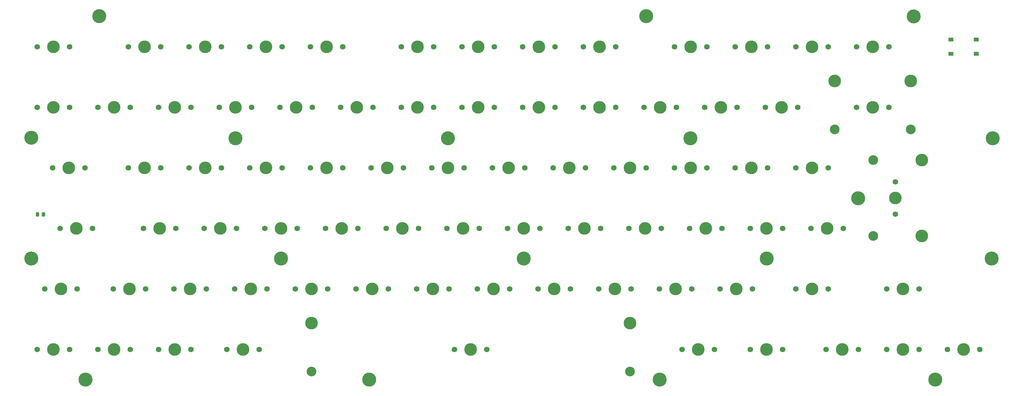
<source format=gbr>
%TF.GenerationSoftware,KiCad,Pcbnew,8.0.2-1*%
%TF.CreationDate,2024-08-02T01:43:08+02:00*%
%TF.ProjectId,keyboard,6b657962-6f61-4726-942e-6b696361645f,1.0*%
%TF.SameCoordinates,Original*%
%TF.FileFunction,Soldermask,Top*%
%TF.FilePolarity,Negative*%
%FSLAX46Y46*%
G04 Gerber Fmt 4.6, Leading zero omitted, Abs format (unit mm)*
G04 Created by KiCad (PCBNEW 8.0.2-1) date 2024-08-02 01:43:08*
%MOMM*%
%LPD*%
G01*
G04 APERTURE LIST*
G04 Aperture macros list*
%AMRoundRect*
0 Rectangle with rounded corners*
0 $1 Rounding radius*
0 $2 $3 $4 $5 $6 $7 $8 $9 X,Y pos of 4 corners*
0 Add a 4 corners polygon primitive as box body*
4,1,4,$2,$3,$4,$5,$6,$7,$8,$9,$2,$3,0*
0 Add four circle primitives for the rounded corners*
1,1,$1+$1,$2,$3*
1,1,$1+$1,$4,$5*
1,1,$1+$1,$6,$7*
1,1,$1+$1,$8,$9*
0 Add four rect primitives between the rounded corners*
20,1,$1+$1,$2,$3,$4,$5,0*
20,1,$1+$1,$4,$5,$6,$7,0*
20,1,$1+$1,$6,$7,$8,$9,0*
20,1,$1+$1,$8,$9,$2,$3,0*%
G04 Aperture macros list end*
%ADD10C,1.750000*%
%ADD11C,3.987800*%
%ADD12C,3.048000*%
%ADD13C,1.701800*%
%ADD14C,2.600000*%
%ADD15C,4.400000*%
%ADD16R,1.550000X1.300000*%
%ADD17RoundRect,0.243750X-0.243750X-0.456250X0.243750X-0.456250X0.243750X0.456250X-0.243750X0.456250X0*%
G04 APERTURE END LIST*
D10*
X234407767Y-134200000D03*
D11*
X229327767Y-134200000D03*
D10*
X224247767Y-134200000D03*
X162970267Y-153250000D03*
D11*
X157890267Y-153250000D03*
D10*
X152810267Y-153250000D03*
X91532767Y-191350000D03*
D11*
X86452767Y-191350000D03*
D10*
X81372767Y-191350000D03*
X296320267Y-153250000D03*
D11*
X291240267Y-153250000D03*
D10*
X286160267Y-153250000D03*
X258220267Y-153250000D03*
D11*
X253140267Y-153250000D03*
D10*
X248060267Y-153250000D03*
X262982767Y-115150000D03*
D11*
X257902767Y-115150000D03*
D10*
X252822767Y-115150000D03*
D12*
X324736517Y-131787000D03*
X324736517Y-155663000D03*
D13*
X331721517Y-138645000D03*
D11*
X331721517Y-143725000D03*
D13*
X331721517Y-148805000D03*
D11*
X339976517Y-131787000D03*
X339976517Y-155663000D03*
D14*
X215013767Y-162756000D03*
D15*
X215013767Y-162756000D03*
D14*
X291313767Y-162756000D03*
D15*
X291313767Y-162756000D03*
D14*
X81773767Y-86496000D03*
D15*
X81773767Y-86496000D03*
D10*
X120107767Y-96100000D03*
D11*
X115027767Y-96100000D03*
D10*
X109947767Y-96100000D03*
X291557767Y-134200000D03*
D11*
X286477767Y-134200000D03*
D10*
X281397767Y-134200000D03*
X77245267Y-134200000D03*
D11*
X72165267Y-134200000D03*
D10*
X67085267Y-134200000D03*
X132014017Y-191350000D03*
D11*
X126934017Y-191350000D03*
D10*
X121854017Y-191350000D03*
X158207767Y-96100000D03*
D11*
X153127767Y-96100000D03*
D10*
X148047767Y-96100000D03*
X124870267Y-153250000D03*
D11*
X119790267Y-153250000D03*
D10*
X114710267Y-153250000D03*
X291557767Y-96100000D03*
D11*
X286477767Y-96100000D03*
D10*
X281397767Y-96100000D03*
X358232767Y-191350000D03*
D11*
X353152767Y-191350000D03*
D10*
X348072767Y-191350000D03*
X186782767Y-115150000D03*
D11*
X181702767Y-115150000D03*
D10*
X176622767Y-115150000D03*
X277270267Y-153250000D03*
D11*
X272190267Y-153250000D03*
D10*
X267110267Y-153250000D03*
D14*
X191263767Y-124906000D03*
D15*
X191263767Y-124906000D03*
D16*
X349170000Y-93850000D03*
X357130000Y-93850000D03*
X349170000Y-98350000D03*
X357130000Y-98350000D03*
D10*
X229645267Y-172300000D03*
D11*
X224565267Y-172300000D03*
D10*
X219485267Y-172300000D03*
X296320267Y-191350000D03*
D11*
X291240267Y-191350000D03*
D10*
X286160267Y-191350000D03*
D14*
X253443767Y-86496000D03*
D15*
X253443767Y-86496000D03*
D10*
X172495267Y-172300000D03*
D11*
X167415267Y-172300000D03*
D10*
X162335267Y-172300000D03*
X253457767Y-134200000D03*
D11*
X248377767Y-134200000D03*
D10*
X243297767Y-134200000D03*
D14*
X60463767Y-124736000D03*
D15*
X60463767Y-124736000D03*
D10*
X139157767Y-134200000D03*
D11*
X134077767Y-134200000D03*
D10*
X128997767Y-134200000D03*
X167732767Y-115150000D03*
D11*
X162652767Y-115150000D03*
D10*
X157572767Y-115150000D03*
X282032767Y-115150000D03*
D11*
X276952767Y-115150000D03*
D10*
X271872767Y-115150000D03*
X158207767Y-134200000D03*
D11*
X153127767Y-134200000D03*
D10*
X148047767Y-134200000D03*
X205832767Y-96100000D03*
D11*
X200752767Y-96100000D03*
D10*
X195672767Y-96100000D03*
X120107767Y-134200000D03*
D11*
X115027767Y-134200000D03*
D10*
X109947767Y-134200000D03*
X79626517Y-153250000D03*
D11*
X74546517Y-153250000D03*
D10*
X69466517Y-153250000D03*
D12*
X336515767Y-122135000D03*
D11*
X336515767Y-106895000D03*
D10*
X329657767Y-115150000D03*
D11*
X324577767Y-115150000D03*
D10*
X319497767Y-115150000D03*
D12*
X312639767Y-122135000D03*
D11*
X312639767Y-106895000D03*
D12*
X248371417Y-198335000D03*
D11*
X248371417Y-183095000D03*
D10*
X203451517Y-191350000D03*
D11*
X198371517Y-191350000D03*
D10*
X193291517Y-191350000D03*
D12*
X148371617Y-198335000D03*
D11*
X148371617Y-183095000D03*
D10*
X310607767Y-172300000D03*
D11*
X305527767Y-172300000D03*
D10*
X300447767Y-172300000D03*
X315370267Y-153250000D03*
D11*
X310290267Y-153250000D03*
D10*
X305210267Y-153250000D03*
X101057767Y-96100000D03*
D11*
X95977767Y-96100000D03*
D10*
X90897767Y-96100000D03*
X320132767Y-191350000D03*
D11*
X315052767Y-191350000D03*
D10*
X309972767Y-191350000D03*
D14*
X320003767Y-143786000D03*
D15*
X320003767Y-143786000D03*
D10*
X74864017Y-172300000D03*
D11*
X69784017Y-172300000D03*
D10*
X64704017Y-172300000D03*
X215357767Y-134200000D03*
D11*
X210277767Y-134200000D03*
D10*
X205197767Y-134200000D03*
X301082767Y-115150000D03*
D11*
X296002767Y-115150000D03*
D10*
X290922767Y-115150000D03*
D14*
X362253767Y-124906000D03*
D15*
X362253767Y-124906000D03*
D10*
X72482767Y-115150000D03*
D11*
X67402767Y-115150000D03*
D10*
X62322767Y-115150000D03*
X115345267Y-172300000D03*
D11*
X110265267Y-172300000D03*
D10*
X105185267Y-172300000D03*
D14*
X267373767Y-124906000D03*
D15*
X267373767Y-124906000D03*
D10*
X310607767Y-134200000D03*
D11*
X305527767Y-134200000D03*
D10*
X300447767Y-134200000D03*
X196307767Y-134200000D03*
D11*
X191227767Y-134200000D03*
D10*
X186147767Y-134200000D03*
D14*
X166543767Y-200836000D03*
D15*
X166543767Y-200836000D03*
D14*
X337500000Y-86516000D03*
D15*
X337500000Y-86516000D03*
D10*
X105820267Y-153250000D03*
D11*
X100740267Y-153250000D03*
D10*
X95660267Y-153250000D03*
X274889017Y-191350000D03*
D11*
X269809017Y-191350000D03*
D10*
X264729017Y-191350000D03*
X91532767Y-115150000D03*
D11*
X86452767Y-115150000D03*
D10*
X81372767Y-115150000D03*
X248695267Y-172300000D03*
D11*
X243615267Y-172300000D03*
D10*
X238535267Y-172300000D03*
D14*
X77433767Y-200836000D03*
D15*
X77433767Y-200836000D03*
D14*
X257713767Y-200836000D03*
D15*
X257713767Y-200836000D03*
D10*
X272507767Y-96100000D03*
D11*
X267427767Y-96100000D03*
D10*
X262347767Y-96100000D03*
X220120267Y-153250000D03*
D11*
X215040267Y-153250000D03*
D10*
X209960267Y-153250000D03*
D14*
X344213767Y-200836000D03*
D15*
X344213767Y-200836000D03*
D10*
X110582767Y-115150000D03*
D11*
X105502767Y-115150000D03*
D10*
X100422767Y-115150000D03*
X148682767Y-115150000D03*
D11*
X143602767Y-115150000D03*
D10*
X138522767Y-115150000D03*
X329657767Y-96100000D03*
D11*
X324577767Y-96100000D03*
D10*
X319497767Y-96100000D03*
X110582767Y-191350000D03*
D11*
X105502767Y-191350000D03*
D10*
X100422767Y-191350000D03*
X224882767Y-115150000D03*
D11*
X219802767Y-115150000D03*
D10*
X214722767Y-115150000D03*
D17*
X62387000Y-148844000D03*
X64262000Y-148844000D03*
D10*
X339182767Y-172300000D03*
D11*
X334102767Y-172300000D03*
D10*
X329022767Y-172300000D03*
D14*
X60463767Y-162756000D03*
D15*
X60463767Y-162756000D03*
D10*
X210595267Y-172300000D03*
D11*
X205515267Y-172300000D03*
D10*
X200435267Y-172300000D03*
X267745267Y-172300000D03*
D11*
X262665267Y-172300000D03*
D10*
X257585267Y-172300000D03*
X243932767Y-96100000D03*
D11*
X238852767Y-96100000D03*
D10*
X233772767Y-96100000D03*
X243932767Y-115150000D03*
D11*
X238852767Y-115150000D03*
D10*
X233772767Y-115150000D03*
X72482767Y-191350000D03*
D11*
X67402767Y-191350000D03*
D10*
X62322767Y-191350000D03*
X177257767Y-134200000D03*
D11*
X172177767Y-134200000D03*
D10*
X167097767Y-134200000D03*
X239170267Y-153250000D03*
D11*
X234090267Y-153250000D03*
D10*
X229010267Y-153250000D03*
D14*
X138863767Y-162756000D03*
D15*
X138863767Y-162756000D03*
D10*
X72482767Y-96100000D03*
D11*
X67402767Y-96100000D03*
D10*
X62322767Y-96100000D03*
X153445267Y-172300000D03*
D11*
X148365267Y-172300000D03*
D10*
X143285267Y-172300000D03*
X272507767Y-134200000D03*
D11*
X267427767Y-134200000D03*
D10*
X262347767Y-134200000D03*
X205832767Y-115150000D03*
D11*
X200752767Y-115150000D03*
D10*
X195672767Y-115150000D03*
X129632767Y-115150000D03*
D11*
X124552767Y-115150000D03*
D10*
X119472767Y-115150000D03*
D14*
X361963767Y-162756000D03*
D15*
X361963767Y-162756000D03*
D10*
X96295267Y-172300000D03*
D11*
X91215267Y-172300000D03*
D10*
X86135267Y-172300000D03*
X101057767Y-134200000D03*
D11*
X95977767Y-134200000D03*
D10*
X90897767Y-134200000D03*
X139157767Y-96100000D03*
D11*
X134077767Y-96100000D03*
D10*
X128997767Y-96100000D03*
X182020267Y-153250000D03*
D11*
X176940267Y-153250000D03*
D10*
X171860267Y-153250000D03*
X310607767Y-96100000D03*
D11*
X305527767Y-96100000D03*
D10*
X300447767Y-96100000D03*
X134395267Y-172300000D03*
D11*
X129315267Y-172300000D03*
D10*
X124235267Y-172300000D03*
X224870000Y-96100000D03*
D11*
X219790000Y-96100000D03*
D10*
X214710000Y-96100000D03*
D14*
X124543767Y-124906000D03*
D15*
X124543767Y-124906000D03*
D10*
X201070267Y-153250000D03*
D11*
X195990267Y-153250000D03*
D10*
X190910267Y-153250000D03*
X143920267Y-153250000D03*
D11*
X138840267Y-153250000D03*
D10*
X133760267Y-153250000D03*
X186782767Y-96100000D03*
D11*
X181702767Y-96100000D03*
D10*
X176622767Y-96100000D03*
X191545267Y-172300000D03*
D11*
X186465267Y-172300000D03*
D10*
X181385267Y-172300000D03*
X339182767Y-191350000D03*
D11*
X334102767Y-191350000D03*
D10*
X329022767Y-191350000D03*
X286795267Y-172300000D03*
D11*
X281715267Y-172300000D03*
D10*
X276635267Y-172300000D03*
M02*

</source>
